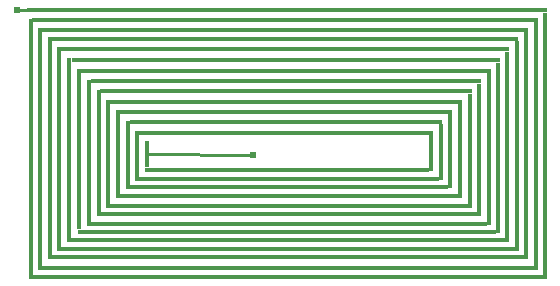
<source format=gtl>
G04 ---------------------------- Layer name :TOP LAYER*
G04 easyEDA 0.1*
G04 Scale: 100 percent, Rotated: No, Reflected: No *
G04 Dimensions in inches *
G04 leading zeros omitted , absolute positions ,2 integer and 4 * 
%FSLAX24Y24*%
%MOIN*%
G90*
G70D02*

%ADD10C,0.010000*%
%ADD11C,0.024400*%
%ADD12R,1.732280X0.012992*%
%ADD13R,0.012992X0.889762*%
%ADD14R,1.714563X0.012992*%
%ADD15R,0.012992X0.857085*%
%ADD16R,1.685823X0.012992*%
%ADD17R,0.012992X0.826770*%
%ADD18R,1.655510X0.012992*%
%ADD19R,0.012992X0.794490*%
%ADD20R,1.622440X0.012992*%
%ADD21R,0.012992X0.759841*%
%ADD22R,1.588579X0.012992*%
%ADD23R,0.012992X0.729132*%
%ADD24R,1.557480X0.012992*%
%ADD25R,0.012992X0.700786*%
%ADD26R,1.527556X0.012992*%
%ADD27R,0.012992X0.667320*%
%ADD28R,1.494879X0.012992*%
%ADD29R,0.012992X0.637007*%
%ADD30R,1.460230X0.012992*%
%ADD31R,0.012992X0.599605*%
%ADD32R,1.429525X0.012992*%
%ADD33R,0.012992X0.570865*%
%ADD34R,1.395667X0.012992*%
%ADD35R,0.012992X0.536613*%
%ADD36R,1.366139X0.012992*%
%ADD37R,0.012992X0.509840*%
%ADD38R,1.334249X0.012992*%
%ADD39R,0.012992X0.474010*%
%ADD40R,1.299997X0.012992*%
%ADD41R,0.012992X0.444090*%
%ADD42R,1.267320X0.012992*%
%ADD43R,0.012992X0.410235*%
%ADD44R,1.238580X0.012992*%
%ADD45R,0.012992X0.382283*%
%ADD46R,1.207478X0.012992*%
%ADD47R,0.012992X0.347640*%
%ADD48R,1.174801X0.012992*%
%ADD49R,0.012992X0.315747*%
%ADD50R,1.141340X0.012992*%
%ADD51R,0.012992X0.281100*%
%ADD52R,1.108270X0.012992*%
%ADD53R,0.012992X0.249999*%
%ADD54R,1.074410X0.012992*%
%ADD55R,0.012992X0.216929*%
%ADD56R,1.044486X0.012992*%
%ADD57R,0.012992X0.190157*%
%ADD58R,1.014959X0.012992*%
%ADD59R,0.012992X0.153540*%
%ADD60R,0.981888X0.012992*%
%ADD61R,0.012992X0.123230*%
%ADD62R,0.947636X0.012992*%
%ADD63R,0.012992X0.090551*%

%LPD*%
G54D10*
G01X9900Y10100D02*
G01X895Y10100D01*
G01X882Y10112D01*
G01X882Y10092D01*
G01X5230Y5296D02*
G01X8776Y5289D01*
G54D12*
G01X9900Y10100D03*
G54D13*
G01X18494Y5588D03*
G54D14*
G01X9857Y1205D03*
G54D15*
G01X1348Y5557D03*
G54D16*
G01X9840Y9776D03*
G54D17*
G01X18203Y5584D03*
G54D18*
G01X9865Y1517D03*
G54D19*
G01X1651Y5553D03*
G54D20*
G01X9825Y9457D03*
G54D21*
G01X17873Y5596D03*
G54D22*
G01X9865Y1863D03*
G54D23*
G01X1986Y5565D03*
G54D24*
G01X9836Y9142D03*
G54D25*
G01X17557Y5576D03*
G54D26*
G01X9857Y2140D03*
G54D27*
G01X2286Y5536D03*
G54D28*
G01X9825Y8809D03*
G54D29*
G01X17234Y5561D03*
G54D30*
G01X9869Y2442D03*
G54D31*
G01X2636Y5501D03*
G54D32*
G01X9844Y8434D03*
G54D33*
G01X16928Y5517D03*
G54D34*
G01X9884Y2726D03*
G54D35*
G01X2971Y5469D03*
G54D36*
G01X9865Y8088D03*
G54D37*
G01X16628Y5478D03*
G54D38*
G01X9892Y2994D03*
G54D39*
G01X3286Y5426D03*
G54D40*
G01X9844Y7734D03*
G54D41*
G01X16282Y5451D03*
G54D42*
G01X9884Y3296D03*
G54D43*
G01X3613Y5411D03*
G54D44*
G01X9869Y7398D03*
G54D45*
G01X15994Y5426D03*
G54D46*
G01X9892Y3584D03*
G54D47*
G01X3919Y5384D03*
G54D48*
G01X9857Y7057D03*
G54D49*
G01X15663Y5415D03*
G54D50*
G01X9892Y3903D03*
G54D51*
G01X4250Y5371D03*
G54D52*
G01X9853Y6709D03*
G54D53*
G01X15328Y5398D03*
G54D54*
G01X9896Y4213D03*
G54D55*
G01X4588Y5359D03*
G54D56*
G01X9876Y6380D03*
G54D57*
G01X15034Y5367D03*
G54D58*
G01X9900Y4482D03*
G54D59*
G01X4892Y5309D03*
G54D60*
G01X9865Y6009D03*
G54D61*
G01X14707Y5332D03*
G54D62*
G01X9903Y4780D03*
G54D63*
G01X5230Y5296D03*
G54D11*
G01X894Y10100D03*
G01X8776Y5290D03*

M00*
M02*
</source>
